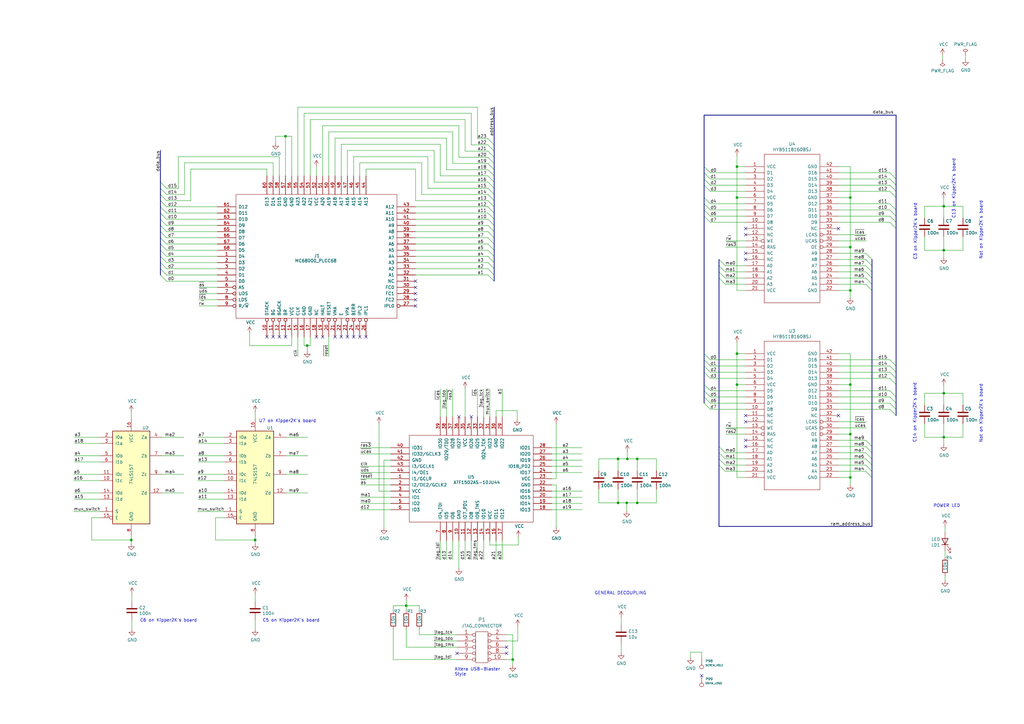
<source format=kicad_sch>
(kicad_sch (version 20231120) (generator "eeschema") (generator_version "8.0")
  (paper "A3")
  (title_block (title "A600FastRAM") (date "2024-02-23") (rev "1") (company "jimfrob") (comment 1 "Based on work by SukkoPera") (comment 2 "Based on work by Kipper2K") (comment 3 "Original design by lvd/NedoPC") (comment 4 "Licensed under CERN OHL v.1.2"))
  (lib_symbols
    (symbol "74xx:74LS157" (pin_names (offset 1.016))
      (property "Reference" "U" (at -7.62 19.05 0))
      (property "Value" "74LS157" (at -7.62 -21.59 0))
      (symbol "74LS157_1_0"
        (pin input line (at -12.7 -15.24 0) (length 5.08) (name "S") (number "1"))
        (pin input line (at -12.7 -2.54 0) (length 5.08) (name "I1c") (number "10"))
        (pin input line (at -12.7 0 0) (length 5.08) (name "I0c") (number "11"))
        (pin output line (at 12.7 -7.62 180) (length 5.08) (name "Zd") (number "12"))
        (pin input line (at -12.7 -10.16 0) (length 5.08) (name "I1d") (number "13"))
        (pin input line (at -12.7 -7.62 0) (length 5.08) (name "I0d") (number "14"))
        (pin input inverted (at -12.7 -17.78 0) (length 5.08) (name "E") (number "15"))
        (pin power_in line (at 0 22.86 270) (length 5.08) (name "VCC") (number "16"))
        (pin input line (at -12.7 15.24 0) (length 5.08) (name "I0a") (number "2"))
        (pin input line (at -12.7 12.7 0) (length 5.08) (name "I1a") (number "3"))
        (pin output line (at 12.7 15.24 180) (length 5.08) (name "Za") (number "4"))
        (pin input line (at -12.7 7.62 0) (length 5.08) (name "I0b") (number "5"))
        (pin input line (at -12.7 5.08 0) (length 5.08) (name "I1b") (number "6"))
        (pin output line (at 12.7 7.62 180) (length 5.08) (name "Zb") (number "7"))
        (pin power_in line (at 0 -25.4 90) (length 5.08) (name "GND") (number "8"))
        (pin output line (at 12.7 0 180) (length 5.08) (name "Zc") (number "9"))
      )
    )
    (symbol "ATF1502AS-10JU44:ATF1502AS-10JU44" (pin_names (offset 1.016))
      (property "Reference" "U" (at 0 -2.54 0))
      (property "Value" "ATF1502AS-10JU44" (at 0 2.54 0))
      (symbol "ATF1502AS-10JU44_1_1"
        (pin input line (at -33.02 0 0) (length 7.62) (name "I1/GCLR") (number "1"))
        (pin power_in line (at -5.08 -25.4 90) (length 7.62) (name "GND") (number "10"))
        (pin bidirectional line (at -2.54 -25.4 90) (length 7.62) (name "IO7_PD1") (number "11"))
        (pin bidirectional line (at 0 -25.4 90) (length 7.62) (name "IO8") (number "12"))
        (pin bidirectional line (at 2.54 -25.4 90) (length 7.62) (name "IO9_TMS") (number "13"))
        (pin bidirectional line (at 5.08 -25.4 90) (length 7.62) (name "IO10") (number "14"))
        (pin power_in line (at 7.62 -25.4 90) (length 7.62) (name "VCC") (number "15"))
        (pin bidirectional line (at 10.16 -25.4 90) (length 7.62) (name "IO11") (number "16"))
        (pin bidirectional line (at 12.7 -25.4 90) (length 7.62) (name "IO12") (number "17"))
        (pin bidirectional line (at 33.02 -12.7 180) (length 7.62) (name "IO13") (number "18"))
        (pin bidirectional line (at 33.02 -10.16 180) (length 7.62) (name "IO14") (number "19"))
        (pin input line (at -33.02 -2.54 0) (length 7.62) (name "I2/OE2/GCLK2") (number "2"))
        (pin bidirectional line (at 33.02 -7.62 180) (length 7.62) (name "IO15") (number "20"))
        (pin bidirectional line (at 33.02 -5.08 180) (length 7.62) (name "IO16") (number "21"))
        (pin power_in line (at 33.02 -2.54 180) (length 7.62) (name "GND") (number "22"))
        (pin power_in line (at 33.02 0 180) (length 7.62) (name "VCC") (number "23"))
        (pin bidirectional line (at 33.02 2.54 180) (length 7.62) (name "IO17") (number "24"))
        (pin bidirectional line (at 33.02 5.08 180) (length 7.62) (name "IO18_PD2") (number "25"))
        (pin bidirectional line (at 33.02 7.62 180) (length 7.62) (name "IO19") (number "26"))
        (pin bidirectional line (at 33.02 10.16 180) (length 7.62) (name "IO20") (number "27"))
        (pin bidirectional line (at 33.02 12.7 180) (length 7.62) (name "IO21") (number "28"))
        (pin input line (at 12.7 25.4 270) (length 7.62) (name "IO22") (number "29"))
        (pin power_in line (at -33.02 -5.08 0) (length 7.62) (name "VCC") (number "3"))
        (pin power_in line (at 10.16 25.4 270) (length 7.62) (name "GND") (number "30"))
        (pin bidirectional line (at 7.62 25.4 270) (length 7.62) (name "IO23") (number "31"))
        (pin bidirectional line (at 5.08 25.4 270) (length 7.62) (name "IO24_TCK") (number "32"))
        (pin bidirectional line (at 2.54 25.4 270) (length 7.62) (name "IO25") (number "33"))
        (pin bidirectional line (at 0 25.4 270) (length 7.62) (name "IO26") (number "34"))
        (pin power_in line (at -2.54 25.4 270) (length 7.62) (name "VCC") (number "35"))
        (pin bidirectional line (at -5.08 25.4 270) (length 7.62) (name "IO27") (number "36"))
        (pin bidirectional line (at -7.62 25.4 270) (length 7.62) (name "IO28") (number "37"))
        (pin bidirectional line (at -10.16 25.4 270) (length 7.62) (name "IO29/TDO") (number "38"))
        (pin bidirectional line (at -12.7 25.4 270) (length 7.62) (name "IO30") (number "39"))
        (pin bidirectional line (at -33.02 -7.62 0) (length 7.62) (name "IO1") (number "4"))
        (pin bidirectional line (at -33.02 12.7 0) (length 7.62) (name "IO31") (number "40"))
        (pin bidirectional line (at -33.02 10.16 0) (length 7.62) (name "IO32/GCLK3") (number "41"))
        (pin power_in line (at -33.02 7.62 0) (length 7.62) (name "GND") (number "42"))
        (pin input line (at -33.02 5.08 0) (length 7.62) (name "I3/GCLK1") (number "43"))
        (pin input line (at -33.02 2.54 0) (length 7.62) (name "I4/OE1") (number "44"))
        (pin bidirectional line (at -33.02 -10.16 0) (length 7.62) (name "IO2") (number "5"))
        (pin bidirectional line (at -33.02 -12.7 0) (length 7.62) (name "IO3") (number "6"))
        (pin bidirectional line (at -12.7 -25.4 90) (length 7.62) (name "IO4_TDI") (number "7"))
        (pin bidirectional line (at -10.16 -25.4 90) (length 7.62) (name "IO5") (number "8"))
        (pin bidirectional line (at -7.62 -25.4 90) (length 7.62) (name "IO6") (number "9"))
      )
    )
    (symbol "Device:C" (pin_numbers hide) (pin_names (offset 0.254))
      (property "Reference" "C" (at 0.635 2.54 0))
      (property "Value" "C" (at 0.635 -2.54 0))
      (symbol "C_1_1"
        (pin passive line (at 0 3.81 270) (length 2.794) (name "~") (number "1"))
        (pin passive line (at 0 -3.81 90) (length 2.794) (name "~") (number "2"))
      )
    )
    (symbol "Device:LED" (pin_numbers hide) (pin_names (offset 1.016) hide)
      (property "Reference" "D" (at 0 2.54 0))
      (property "Value" "LED" (at 0 -2.54 0))
      (symbol "LED_1_1"
        (pin passive line (at -3.81 0 0) (length 2.54) (name "K") (number "1"))
        (pin passive line (at 3.81 0 180) (length 2.54) (name "A") (number "2"))
      )
    )
    (symbol "Device:R" (pin_numbers hide) (pin_names (offset 0))
      (property "Reference" "R" (at 2.032 0 90))
      (property "Value" "R" (at 0 0 90))
      (symbol "R_1_1"
        (pin passive line (at 0 3.81 270) (length 1.27) (name "~") (number "1"))
        (pin passive line (at 0 -3.81 90) (length 1.27) (name "~") (number "2"))
      )
    )
    (symbol "HYB5118160BSJ:HYB5118160BSJ" (pin_names (offset 1.016))
      (property "Reference" "U" (at 0 -2.54 0))
      (property "Value" "HYB5118160BSJ" (at 0 2.54 0))
      (symbol "HYB5118160BSJ_1_1"
        (pin power_in line (at -19.05 25.4 0) (length 7.62) (name "VCC") (number "1"))
        (pin bidirectional line (at -19.05 2.54 0) (length 7.62) (name "D8") (number "10"))
        (pin unspecified line (at -19.05 0 0) (length 7.62) (name "NC") (number "11"))
        (pin unspecified line (at -19.05 -2.54 0) (length 7.62) (name "NC") (number "12"))
        (pin input inverted (at -19.05 -5.08 0) (length 7.62) (name "WE") (number "13"))
        (pin input inverted (at -19.05 -7.62 0) (length 7.62) (name "RAS") (number "14"))
        (pin unspecified line (at -19.05 -10.16 0) (length 7.62) (name "NC") (number "15"))
        (pin unspecified line (at -19.05 -12.7 0) (length 7.62) (name "NC") (number "16"))
        (pin input line (at -19.05 -15.24 0) (length 7.62) (name "A0") (number "17"))
        (pin input line (at -19.05 -17.78 0) (length 7.62) (name "A1") (number "18"))
        (pin input line (at -19.05 -20.32 0) (length 7.62) (name "A2") (number "19"))
        (pin bidirectional line (at -19.05 22.86 0) (length 7.62) (name "D1") (number "2"))
        (pin input line (at -19.05 -22.86 0) (length 7.62) (name "A3") (number "20"))
        (pin power_in line (at -19.05 -25.4 0) (length 7.62) (name "VCC") (number "21"))
        (pin power_in line (at 19.05 -25.4 180) (length 7.62) (name "GND") (number "22"))
        (pin input line (at 19.05 -22.86 180) (length 7.62) (name "A4") (number "23"))
        (pin input line (at 19.05 -20.32 180) (length 7.62) (name "A5") (number "24"))
        (pin input line (at 19.05 -17.78 180) (length 7.62) (name "A6") (number "25"))
        (pin input line (at 19.05 -15.24 180) (length 7.62) (name "A7") (number "26"))
        (pin input line (at 19.05 -12.7 180) (length 7.62) (name "A8") (number "27"))
        (pin input line (at 19.05 -10.16 180) (length 7.62) (name "A9") (number "28"))
        (pin input inverted (at 19.05 -7.62 180) (length 7.62) (name "OE") (number "29"))
        (pin bidirectional line (at -19.05 20.32 0) (length 7.62) (name "D2") (number "3"))
        (pin input inverted (at 19.05 -5.08 180) (length 7.62) (name "UCAS") (number "30"))
        (pin input inverted (at 19.05 -2.54 180) (length 7.62) (name "LCAS") (number "31"))
        (pin unspecified line (at 19.05 0 180) (length 7.62) (name "NC") (number "32"))
        (pin bidirectional line (at 19.05 2.54 180) (length 7.62) (name "D9") (number "33"))
        (pin bidirectional line (at 19.05 5.08 180) (length 7.62) (name "D10") (number "34"))
        (pin bidirectional line (at 19.05 7.62 180) (length 7.62) (name "D11") (number "35"))
        (pin bidirectional line (at 19.05 10.16 180) (length 7.62) (name "D12") (number "36"))
        (pin power_in line (at 19.05 12.7 180) (length 7.62) (name "GND") (number "37"))
        (pin bidirectional line (at 19.05 15.24 180) (length 7.62) (name "D13") (number "38"))
        (pin bidirectional line (at 19.05 17.78 180) (length 7.62) (name "D14") (number "39"))
        (pin bidirectional line (at -19.05 17.78 0) (length 7.62) (name "D3") (number "4"))
        (pin bidirectional line (at 19.05 20.32 180) (length 7.62) (name "D15") (number "40"))
        (pin bidirectional line (at 19.05 22.86 180) (length 7.62) (name "D16") (number "41"))
        (pin power_in line (at 19.05 25.4 180) (length 7.62) (name "GND") (number "42"))
        (pin bidirectional line (at -19.05 15.24 0) (length 7.62) (name "D4") (number "5"))
        (pin power_in line (at -19.05 12.7 0) (length 7.62) (name "VCC") (number "6"))
        (pin bidirectional line (at -19.05 10.16 0) (length 7.62) (name "D5") (number "7"))
        (pin bidirectional line (at -19.05 7.62 0) (length 7.62) (name "D6") (number "8"))
        (pin bidirectional line (at -19.05 5.08 0) (length 7.62) (name "D7") (number "9"))
      )
    )
    (symbol "MC68000_PLCC68:MC68000_PLCC68" (pin_names (offset 1.016))
      (property "Reference" "U" (at 0 -2.54 0))
      (property "Value" "MC68000_PLCC68" (at 0 2.54 0))
      (symbol "MC68000_PLCC68_1_1"
        (pin bidirectional line (at -40.64 0 0) (length 7.62) (name "D4") (number "1"))
        (pin output inverted (at -20.32 -33.02 90) (length 7.62) (name "DTACK") (number "10"))
        (pin output inverted (at -17.78 -33.02 90) (length 7.62) (name "BG") (number "11"))
        (pin input inverted (at -15.24 -33.02 90) (length 7.62) (name "BGACK") (number "12"))
        (pin input inverted (at -12.7 -33.02 90) (length 7.62) (name "BR") (number "13"))
        (pin power_in line (at -10.16 -33.02 90) (length 7.62) (name "VCC") (number "14"))
        (pin output line (at -7.62 -33.02 90) (length 7.62) (name "CLK") (number "15"))
        (pin power_in line (at -5.08 -33.02 90) (length 7.62) (name "GND") (number "16"))
        (pin power_in line (at -2.54 -33.02 90) (length 7.62) (name "GND") (number "17"))
        (pin unspecified line (at 0 -33.02 90) (length 7.62) (name "NC") (number "18"))
        (pin input inverted (at 2.54 -33.02 90) (length 7.62) (name "HALT") (number "19"))
        (pin bidirectional line (at -40.64 -2.54 0) (length 7.62) (name "D3") (number "2"))
        (pin output inverted (at 5.08 -33.02 90) (length 7.62) (name "RESET") (number "20"))
        (pin input inverted (at 7.62 -33.02 90) (length 7.62) (name "VMA") (number "21"))
        (pin input line (at 10.16 -33.02 90) (length 7.62) (name "E") (number "22"))
        (pin input inverted (at 12.7 -33.02 90) (length 7.62) (name "VPA") (number "23"))
        (pin output inverted (at 15.24 -33.02 90) (length 7.62) (name "BERR") (number "24"))
        (pin output inverted (at 17.78 -33.02 90) (length 7.62) (name "IPL2") (number "25"))
        (pin output inverted (at 20.32 -33.02 90) (length 7.62) (name "IPL1") (number "26"))
        (pin output inverted (at 40.64 -20.32 180) (length 7.62) (name "IPL0") (number "27"))
        (pin output line (at 40.64 -17.78 180) (length 7.62) (name "FC2") (number "28"))
        (pin output line (at 40.64 -15.24 180) (length 7.62) (name "FC1") (number "29"))
        (pin bidirectional line (at -40.64 -5.08 0) (length 7.62) (name "D2") (number "3"))
        (pin output line (at 40.64 -12.7 180) (length 7.62) (name "FC0") (number "30"))
        (pin unspecified line (at 40.64 -10.16 180) (length 7.62) (name "NC") (number "31"))
        (pin output line (at 40.64 -7.62 180) (length 7.62) (name "A1") (number "32"))
        (pin output line (at 40.64 -5.08 180) (length 7.62) (name "A2") (number "33"))
        (pin output line (at 40.64 -2.54 180) (length 7.62) (name "A3") (number "34"))
        (pin output line (at 40.64 0 180) (length 7.62) (name "A4") (number "35"))
        (pin output line (at 40.64 2.54 180) (length 7.62) (name "A5") (number "36"))
        (pin output line (at 40.64 5.08 180) (length 7.62) (name "A6") (number "37"))
        (pin output line (at 40.64 7.62 180) (length 7.62) (name "A7") (number "38"))
        (pin output line (at 40.64 10.16 180) (length 7.62) (name "A8") (number "39"))
        (pin bidirectional line (at -40.64 -7.62 0) (length 7.62) (name "D1") (number "4"))
        (pin output line (at 40.64 12.7 180) (length 7.62) (name "A9") (number "40"))
        (pin output line (at 40.64 15.24 180) (length 7.62) (name "A10") (number "41"))
        (pin output line (at 40.64 17.78 180) (length 7.62) (name "A11") (number "42"))
        (pin output line (at 40.64 20.32 180) (length 7.62) (name "A12") (number "43"))
        (pin output line (at 20.32 33.02 270) (length 7.62) (name "A13") (number "44"))
        (pin output line (at 17.78 33.02 270) (length 7.62) (name "A14") (number "45"))
        (pin output line (at 15.24 33.02 270) (length 7.62) (name "A15") (number "46"))
        (pin output line (at 12.7 33.02 270) (length 7.62) (name "A16") (number "47"))
        (pin output line (at 10.16 33.02 270) (length 7.62) (name "A17") (number "48"))
        (pin output line (at 7.62 33.02 270) (length 7.62) (name "A18") (number "49"))
        (pin bidirectional line (at -40.64 -10.16 0) (length 7.62) (name "D0") (number "5"))
        (pin output line (at 5.08 33.02 270) (length 7.62) (name "A19") (number "50"))
        (pin output line (at 2.54 33.02 270) (length 7.62) (name "A20") (number "51"))
        (pin power_in line (at 0 33.02 270) (length 7.62) (name "VCC") (number "52"))
        (pin output line (at -2.54 33.02 270) (length 7.62) (name "A21") (number "53"))
        (pin output line (at -5.08 33.02 270) (length 7.62) (name "A22") (number "54"))
        (pin output line (at -7.62 33.02 270) (length 7.62) (name "A23") (number "55"))
        (pin power_in line (at -10.16 33.02 270) (length 7.62) (name "GND") (number "56"))
        (pin power_in line (at -12.7 33.02 270) (length 7.62) (name "GND") (number "57"))
        (pin bidirectional line (at -15.24 33.02 270) (length 7.62) (name "D15") (number "58"))
        (pin bidirectional line (at -17.78 33.02 270) (length 7.62) (name "D14") (number "59"))
        (pin output inverted (at -40.64 -12.7 0) (length 7.62) (name "AS") (number "6"))
        (pin bidirectional line (at -20.32 33.02 270) (length 7.62) (name "D13") (number "60"))
        (pin bidirectional line (at -40.64 20.32 0) (length 7.62) (name "D12") (number "61"))
        (pin bidirectional line (at -40.64 17.78 0) (length 7.62) (name "D11") (number "62"))
        (pin bidirectional line (at -40.64 15.24 0) (length 7.62) (name "D10") (number "63"))
        (pin bidirectional line (at -40.64 12.7 0) (length 7.62) (name "D9") (number "64"))
        (pin bidirectional line (at -40.64 10.16 0) (length 7.62) (name "D8") (number "65"))
        (pin bidirectional line (at -40.64 7.62 0) (length 7.62) (name "D7") (number "66"))
        (pin bidirectional line (at -40.64 5.08 0) (length 7.62) (name "D6") (number "67"))
        (pin bidirectional line (at -40.64 2.54 0) (length 7.62) (name "D5") (number "68"))
        (pin output inverted (at -40.64 -15.24 0) (length 7.62) (name "UDS") (number "7"))
        (pin output inverted (at -40.64 -17.78 0) (length 7.62) (name "LDS") (number "8"))
        (pin output inverted (at -40.64 -20.32 0) (length 7.62) (name "R/~{W}") (number "9"))
      )
    )
    (symbol "OpenAmiga600FastRamExpansion-rescue:CONN_1-conn" (pin_numbers hide) (pin_names (offset 0.762) hide)
      (property "Reference" "P" (at 2.032 0 0))
      (symbol "CONN_1-conn_1_1"
        (pin passive line (at -3.81 0 0) (length 2.54) (name "1") (number "1"))
      )
    )
    (symbol "OpenAmiga600FastRamExpansion-rescue:CONN_5X2-conn" (pin_names (offset 1.016))
      (property "Reference" "P" (at 0 7.62 0))
      (property "Value" "conn_CONN_5X2" (at 0 0 90))
      (symbol "CONN_5X2-conn_1_1"
        (pin passive inverted (at -10.16 5.08 0) (length 7.62) (name "~") (number "1"))
        (pin passive inverted (at 10.16 -5.08 180) (length 7.62) (name "~") (number "10"))
        (pin passive inverted (at 10.16 5.08 180) (length 7.62) (name "~") (number "2"))
        (pin passive inverted (at -10.16 2.54 0) (length 7.62) (name "~") (number "3"))
        (pin passive inverted (at 10.16 2.54 180) (length 7.62) (name "~") (number "4"))
        (pin passive inverted (at -10.16 0 0) (length 7.62) (name "~") (number "5"))
        (pin passive inverted (at 10.16 0 180) (length 7.62) (name "~") (number "6"))
        (pin passive inverted (at -10.16 -2.54 0) (length 7.62) (name "~") (number "7"))
        (pin passive inverted (at 10.16 -2.54 180) (length 7.62) (name "~") (number "8"))
        (pin passive inverted (at -10.16 -5.08 0) (length 7.62) (name "~") (number "9"))
      )
    )
    (symbol "power:GND" (power) (pin_names (offset 0))
      (property "Value" "GND" (at 0 -3.81 0))
      (symbol "GND_1_1"
        (pin power_in line (at 0 0 270) (length 0) hide (name "GND") (number "1"))
      )
    )
    (symbol "power:PWR_FLAG" (power) (pin_numbers hide) (pin_names (offset 0) hide)
      (property "Value" "PWR_FLAG" (at 0 3.81 0))
      (symbol "PWR_FLAG_0_0"
        (pin power_out line (at 0 0 90) (length 0) (name "pwr") (number "1"))
      )
    )
    (symbol "power:VCC" (power) (pin_names (offset 0))
      (property "Value" "VCC" (at 0 3.81 0))
      (symbol "VCC_1_1"
        (pin power_in line (at 0 0 90) (length 0) hide (name "VCC") (number "1"))
      )
    )
  )
  (junction (at 302.26 145.034))
  (junction (at 387.096 84.582))
  (junction (at 302.26 68.326))
  (junction (at 261.366 188.214))
  (junction (at 348.742 178.054))
  (junction (at 253.492 188.214))
  (junction (at 348.742 101.346))
  (junction (at 257.048 206.248))
  (junction (at 125.984 141.732))
  (junction (at 387.096 179.324))
  (junction (at 348.742 157.734))
  (junction (at 348.742 119.126))
  (junction (at 302.26 157.734))
  (junction (at 166.624 248.412))
  (junction (at 53.848 221.488))
  (junction (at 261.366 206.248))
  (junction (at 253.492 206.248))
  (junction (at 117.094 55.88))
  (junction (at 257.302 188.214))
  (junction (at 302.26 81.026))
  (junction (at 387.096 161.29))
  (junction (at 210.312 270.51))
  (junction (at 348.742 81.026))
  (junction (at 387.096 102.616))
  (junction (at 104.648 221.488))
  (junction (at 348.742 195.834))
  (no_connect (at 343.916 170.434))
  (no_connect (at 287.782 277.114))
  (no_connect (at 170.434 120.396))
  (no_connect (at 305.816 180.594))
  (no_connect (at 207.772 267.97))
  (no_connect (at 150.114 138.176))
  (no_connect (at 187.452 267.97))
  (no_connect (at 137.414 138.176))
  (no_connect (at 147.574 138.176))
  (no_connect (at 112.014 138.176))
  (no_connect (at 139.954 138.176))
  (no_connect (at 305.816 172.974))
  (no_connect (at 145.034 138.176))
  (no_connect (at 170.434 125.476))
  (no_connect (at 343.916 93.726))
  (no_connect (at 129.794 138.176))
  (no_connect (at 170.434 122.936))
  (no_connect (at 305.816 183.134))
  (no_connect (at 109.474 138.176))
  (no_connect (at 305.816 106.426))
  (no_connect (at 305.816 170.434))
  (no_connect (at 117.094 138.176))
  (no_connect (at 132.334 138.176))
  (no_connect (at 305.816 103.886))
  (no_connect (at 170.434 115.316))
  (no_connect (at 188.214 170.942))
  (no_connect (at 193.294 170.942))
  (no_connect (at 142.494 138.176))
  (no_connect (at 305.816 96.266))
  (no_connect (at 305.816 93.726))
  (no_connect (at 207.772 265.43))
  (no_connect (at 170.434 117.856))
  (no_connect (at 114.554 138.176))
  (bus_entry (at 364.998 167.894) (size 2.54 2.54))
  (bus_entry (at 288.798 160.274) (size 2.54 2.54))
  (bus_entry (at 65.786 79.756) (size 2.54 2.54))
  (bus_entry (at 65.786 100.076) (size 2.54 2.54))
  (bus_entry (at 200.152 56.896) (size 2.54 2.54))
  (bus_entry (at 294.894 106.426) (size 2.54 2.54))
  (bus_entry (at 65.786 84.836) (size 2.54 2.54))
  (bus_entry (at 200.152 110.236) (size 2.54 2.54))
  (bus_entry (at 355.092 193.294) (size 2.54 2.54))
  (bus_entry (at 200.152 100.076) (size 2.54 2.54))
  (bus_entry (at 288.798 83.566) (size 2.54 2.54))
  (bus_entry (at 288.798 162.814) (size 2.54 2.54))
  (bus_entry (at 355.092 188.214) (size 2.54 2.54))
  (bus_entry (at 288.798 145.034) (size 2.54 2.54))
  (bus_entry (at 200.152 92.456) (size 2.54 2.54))
  (bus_entry (at 65.786 74.676) (size 2.54 2.54))
  (bus_entry (at 288.798 68.326) (size 2.54 2.54))
  (bus_entry (at 364.998 83.566) (size 2.54 2.54))
  (bus_entry (at 355.092 116.586) (size 2.54 2.54))
  (bus_entry (at 364.998 91.186) (size 2.54 2.54))
  (bus_entry (at 65.786 102.616) (size 2.54 2.54))
  (bus_entry (at 355.092 185.674) (size 2.54 2.54))
  (bus_entry (at 364.998 147.574) (size 2.54 2.54))
  (bus_entry (at 288.798 147.574) (size 2.54 2.54))
  (bus_entry (at 65.786 92.456) (size 2.54 2.54))
  (bus_entry (at 288.798 70.866) (size 2.54 2.54))
  (bus_entry (at 200.152 82.296) (size 2.54 2.54))
  (bus_entry (at 294.894 190.754) (size 2.54 2.54))
  (bus_entry (at 200.152 105.156) (size 2.54 2.54))
  (bus_entry (at 200.152 79.756) (size 2.54 2.54))
  (bus_entry (at 364.998 152.654) (size 2.54 2.54))
  (bus_entry (at 355.092 111.506) (size 2.54 2.54))
  (bus_entry (at 355.092 183.134) (size 2.54 2.54))
  (bus_entry (at 200.152 94.996) (size 2.54 2.54))
  (bus_entry (at 288.798 88.646) (size 2.54 2.54))
  (bus_entry (at 364.998 160.274) (size 2.54 2.54))
  (bus_entry (at 364.998 150.114) (size 2.54 2.54))
  (bus_entry (at 355.092 114.046) (size 2.54 2.54))
  (bus_entry (at 294.894 188.214) (size 2.54 2.54))
  (bus_entry (at 65.786 94.996) (size 2.54 2.54))
  (bus_entry (at 200.152 112.776) (size 2.54 2.54))
  (bus_entry (at 364.998 75.946) (size 2.54 2.54))
  (bus_entry (at 200.152 59.436) (size 2.54 2.54))
  (bus_entry (at 355.092 180.594) (size 2.54 2.54))
  (bus_entry (at 288.798 157.734) (size 2.54 2.54))
  (bus_entry (at 355.092 103.886) (size 2.54 2.54))
  (bus_entry (at 288.798 152.654) (size 2.54 2.54))
  (bus_entry (at 200.152 107.696) (size 2.54 2.54))
  (bus_entry (at 294.894 114.046) (size 2.54 2.54))
  (bus_entry (at 364.998 86.106) (size 2.54 2.54))
  (bus_entry (at 364.998 88.646) (size 2.54 2.54))
  (bus_entry (at 364.998 70.866) (size 2.54 2.54))
  (bus_entry (at 200.152 84.836) (size 2.54 2.54))
  (bus_entry (at 364.998 162.814) (size 2.54 2.54))
  (bus_entry (at 288.798 73.406) (size 2.54 2.54))
  (bus_entry (at 65.786 105.156) (size 2.54 2.54))
  (bus_entry (at 65.786 107.696) (size 2.54 2.54))
  (bus_entry (at 355.092 108.966) (size 2.54 2.54))
  (bus_entry (at 200.152 67.056) (size 2.54 2.54))
  (bus_entry (at 200.152 64.516) (size 2.54 2.54))
  (bus_entry (at 355.092 190.754) (size 2.54 2.54))
  (bus_entry (at 294.894 108.966) (size 2.54 2.54))
  (bus_entry (at 294.894 185.674) (size 2.54 2.54))
  (bus_entry (at 65.786 87.376) (size 2.54 2.54))
  (bus_entry (at 364.998 155.194) (size 2.54 2.54))
  (bus_entry (at 65.786 97.536) (size 2.54 2.54))
  (bus_entry (at 288.798 75.946) (size 2.54 2.54))
  (bus_entry (at 200.152 97.536) (size 2.54 2.54))
  (bus_entry (at 200.152 87.376) (size 2.54 2.54))
  (bus_entry (at 288.798 81.026) (size 2.54 2.54))
  (bus_entry (at 288.798 165.354) (size 2.54 2.54))
  (bus_entry (at 200.152 74.676) (size 2.54 2.54))
  (bus_entry (at 364.998 73.406) (size 2.54 2.54))
  (bus_entry (at 200.152 77.216) (size 2.54 2.54))
  (bus_entry (at 65.786 89.916) (size 2.54 2.54))
  (bus_entry (at 65.786 110.236) (size 2.54 2.54))
  (bus_entry (at 355.092 106.426) (size 2.54 2.54))
  (bus_entry (at 200.152 102.616) (size 2.54 2.54))
  (bus_entry (at 364.998 78.486) (size 2.54 2.54))
  (bus_entry (at 200.152 89.916) (size 2.54 2.54))
  (bus_entry (at 200.152 72.136) (size 2.54 2.54))
  (bus_entry (at 288.798 86.106) (size 2.54 2.54))
  (bus_entry (at 288.798 150.114) (size 2.54 2.54))
  (bus_entry (at 364.998 165.354) (size 2.54 2.54))
  (bus_entry (at 65.786 82.296) (size 2.54 2.54))
  (bus_entry (at 294.894 111.506) (size 2.54 2.54))
  (bus_entry (at 200.152 69.596) (size 2.54 2.54))
  (bus_entry (at 200.152 61.976) (size 2.54 2.54))
  (bus_entry (at 65.786 77.216) (size 2.54 2.54))
  (bus_entry (at 294.894 183.134) (size 2.54 2.54))
  (bus_entry (at 65.786 112.776) (size 2.54 2.54))
  (wire (pts (xy 178.054 61.722) (xy 178.054 74.676)))
  (wire (pts (xy 343.916 175.514) (xy 355.346 175.514)))
  (bus (pts (xy 367.538 162.814) (xy 367.538 165.354)))
  (bus (pts (xy 367.538 152.654) (xy 367.538 155.194)))
  (wire (pts (xy 379.222 166.116) (xy 379.222 161.29)))
  (wire (pts (xy 257.048 209.55) (xy 257.048 206.248)))
  (wire (pts (xy 343.916 180.594) (xy 355.092 180.594)))
  (wire (pts (xy 104.648 243.586) (xy 104.648 246.634)))
  (bus (pts (xy 202.692 82.296) (xy 202.692 84.836)))
  (wire (pts (xy 147.574 72.136) (xy 147.574 66.802)))
  (wire (pts (xy 166.624 250.444) (xy 166.624 248.412)))
  (wire (pts (xy 170.434 87.376) (xy 200.152 87.376)))
  (wire (pts (xy 343.916 147.574) (xy 364.998 147.574)))
  (wire (pts (xy 91.948 204.724) (xy 81.28 204.724)))
  (wire (pts (xy 172.974 66.802) (xy 172.974 79.756)))
  (wire (pts (xy 170.434 110.236) (xy 200.152 110.236)))
  (wire (pts (xy 88.392 221.488) (xy 104.648 221.488)))
  (wire (pts (xy 41.148 186.944) (xy 30.48 186.944)))
  (wire (pts (xy 305.816 190.754) (xy 297.434 190.754)))
  (wire (pts (xy 89.154 87.376) (xy 68.326 87.376)))
  (wire (pts (xy 119.634 55.88) (xy 117.094 55.88)))
  (wire (pts (xy 305.816 157.734) (xy 302.26 157.734)))
  (bus (pts (xy 288.798 160.274) (xy 288.798 162.814)))
  (bus (pts (xy 357.632 106.426) (xy 357.632 108.966)))
  (bus (pts (xy 294.894 188.214) (xy 294.894 190.754)))
  (wire (pts (xy 129.794 68.326) (xy 129.794 72.136)))
  (bus (pts (xy 294.894 190.754) (xy 294.894 215.9)))
  (wire (pts (xy 122.174 43.942) (xy 195.834 43.942)))
  (wire (pts (xy 203.454 168.402) (xy 212.09 168.402)))
  (bus (pts (xy 357.632 188.214) (xy 357.632 190.754)))
  (wire (pts (xy 200.914 159.512) (xy 200.914 170.942)))
  (bus (pts (xy 288.798 73.406) (xy 288.798 75.946)))
  (wire (pts (xy 253.492 188.214) (xy 257.302 188.214)))
  (wire (pts (xy 302.26 119.126) (xy 302.26 81.026)))
  (wire (pts (xy 302.26 195.834) (xy 302.26 157.734)))
  (bus (pts (xy 65.786 82.296) (xy 65.786 84.836)))
  (wire (pts (xy 112.014 66.802) (xy 75.692 66.802)))
  (bus (pts (xy 294.894 108.966) (xy 294.894 111.506)))
  (wire (pts (xy 180.594 159.512) (xy 180.594 170.942)))
  (bus (pts (xy 202.692 77.216) (xy 202.692 79.756)))
  (wire (pts (xy 193.294 46.482) (xy 193.294 59.436)))
  (wire (pts (xy 343.916 193.294) (xy 355.092 193.294)))
  (wire (pts (xy 207.772 262.89) (xy 212.344 262.89)))
  (wire (pts (xy 343.916 98.806) (xy 355.346 98.806)))
  (wire (pts (xy 66.548 179.324) (xy 75.438 179.324)))
  (wire (pts (xy 150.114 72.136) (xy 150.114 69.342)))
  (wire (pts (xy 200.914 221.742) (xy 200.914 223.52)))
  (bus (pts (xy 65.786 74.676) (xy 65.786 77.216)))
  (bus (pts (xy 202.692 112.776) (xy 202.692 115.316)))
  (wire (pts (xy 387.096 157.988) (xy 387.096 161.29)))
  (wire (pts (xy 343.916 185.674) (xy 355.092 185.674)))
  (wire (pts (xy 78.232 82.296) (xy 68.326 82.296)))
  (wire (pts (xy 379.222 161.29) (xy 387.096 161.29)))
  (wire (pts (xy 387.096 84.582) (xy 394.97 84.582)))
  (wire (pts (xy 91.948 209.804) (xy 81.026 209.804)))
  (bus (pts (xy 65.786 89.916) (xy 65.786 92.456)))
  (wire (pts (xy 89.154 110.236) (xy 68.326 110.236)))
  (wire (pts (xy 170.434 94.996) (xy 200.152 94.996)))
  (wire (pts (xy 283.21 267.462) (xy 287.782 267.462)))
  (wire (pts (xy 343.916 83.566) (xy 364.998 83.566)))
  (wire (pts (xy 185.674 159.512) (xy 185.674 170.942)))
  (wire (pts (xy 193.294 59.436) (xy 200.152 59.436)))
  (bus (pts (xy 294.894 106.426) (xy 294.894 108.966)))
  (wire (pts (xy 160.274 191.262) (xy 147.828 191.262)))
  (wire (pts (xy 269.24 206.248) (xy 269.24 200.66)))
  (wire (pts (xy 41.148 197.104) (xy 30.226 197.104)))
  (wire (pts (xy 134.874 54.102) (xy 185.674 54.102)))
  (wire (pts (xy 305.816 162.814) (xy 291.338 162.814)))
  (wire (pts (xy 210.312 260.35) (xy 210.312 270.51)))
  (wire (pts (xy 170.434 92.456) (xy 200.152 92.456)))
  (wire (pts (xy 142.494 72.136) (xy 142.494 61.722)))
  (wire (pts (xy 348.742 145.034) (xy 348.742 157.734)))
  (bus (pts (xy 288.798 75.946) (xy 288.798 81.026)))
  (wire (pts (xy 142.494 61.722) (xy 178.054 61.722)))
  (bus (pts (xy 288.798 47.244) (xy 367.538 47.244)))
  (wire (pts (xy 102.362 136.652) (xy 102.362 141.732)))
  (wire (pts (xy 91.948 179.324) (xy 81.28 179.324)))
  (wire (pts (xy 170.434 97.536) (xy 200.152 97.536)))
  (wire (pts (xy 387.096 161.29) (xy 394.97 161.29)))
  (bus (pts (xy 367.538 91.186) (xy 367.538 93.726)))
  (bus (pts (xy 367.538 73.406) (xy 367.538 75.946)))
  (wire (pts (xy 387.096 102.616) (xy 394.97 102.616)))
  (wire (pts (xy 343.916 75.946) (xy 364.998 75.946)))
  (bus (pts (xy 367.538 81.026) (xy 367.538 86.106)))
  (wire (pts (xy 343.916 106.426) (xy 355.092 106.426)))
  (wire (pts (xy 343.916 157.734) (xy 348.742 157.734)))
  (wire (pts (xy 305.816 68.326) (xy 302.26 68.326)))
  (wire (pts (xy 261.366 188.214) (xy 261.366 193.04)))
  (wire (pts (xy 343.916 101.346) (xy 348.742 101.346)))
  (wire (pts (xy 343.916 70.866) (xy 364.998 70.866)))
  (wire (pts (xy 305.816 193.294) (xy 297.434 193.294)))
  (wire (pts (xy 343.916 86.106) (xy 364.998 86.106)))
  (wire (pts (xy 207.772 270.51) (xy 210.312 270.51)))
  (wire (pts (xy 261.366 206.248) (xy 269.24 206.248)))
  (wire (pts (xy 302.26 145.034) (xy 302.26 140.462)))
  (wire (pts (xy 78.232 69.342) (xy 78.232 82.296)))
  (wire (pts (xy 207.772 260.35) (xy 210.312 260.35)))
  (wire (pts (xy 305.816 91.186) (xy 291.338 91.186)))
  (wire (pts (xy 89.154 117.856) (xy 81.534 117.856)))
  (wire (pts (xy 190.754 170.942) (xy 190.754 159.258)))
  (wire (pts (xy 89.154 100.076) (xy 68.326 100.076)))
  (wire (pts (xy 287.782 267.462) (xy 287.782 269.748)))
  (wire (pts (xy 183.134 69.596) (xy 200.152 69.596)))
  (wire (pts (xy 245.618 188.214) (xy 253.492 188.214)))
  (wire (pts (xy 343.916 195.834) (xy 348.742 195.834)))
  (wire (pts (xy 387.604 225.933) (xy 387.604 228.473)))
  (wire (pts (xy 139.954 59.182) (xy 180.594 59.182)))
  (wire (pts (xy 305.816 167.894) (xy 291.338 167.894)))
  (wire (pts (xy 160.274 183.642) (xy 147.828 183.642)))
  (wire (pts (xy 119.634 72.136) (xy 119.634 55.88)))
  (wire (pts (xy 348.742 68.326) (xy 348.742 81.026)))
  (wire (pts (xy 343.916 190.754) (xy 355.092 190.754)))
  (wire (pts (xy 305.816 111.506) (xy 297.434 111.506)))
  (bus (pts (xy 202.692 94.996) (xy 202.692 97.536)))
  (wire (pts (xy 170.434 82.296) (xy 200.152 82.296)))
  (bus (pts (xy 294.894 114.046) (xy 294.894 183.134)))
  (bus (pts (xy 288.798 88.646) (xy 288.798 145.034)))
  (wire (pts (xy 117.348 194.564) (xy 126.238 194.564)))
  (wire (pts (xy 166.624 258.064) (xy 166.624 265.43)))
  (wire (pts (xy 89.154 102.616) (xy 68.326 102.616)))
  (wire (pts (xy 257.048 206.248) (xy 261.366 206.248)))
  (bus (pts (xy 288.798 145.034) (xy 288.798 147.574)))
  (wire (pts (xy 160.274 206.502) (xy 147.828 206.502)))
  (bus (pts (xy 367.538 75.946) (xy 367.538 78.486)))
  (wire (pts (xy 166.624 248.412) (xy 171.958 248.412)))
  (wire (pts (xy 305.816 152.654) (xy 291.338 152.654)))
  (wire (pts (xy 395.986 22.606) (xy 395.986 24.384)))
  (wire (pts (xy 305.816 150.114) (xy 291.338 150.114)))
  (bus (pts (xy 202.692 89.916) (xy 202.692 92.456)))
  (wire (pts (xy 379.222 89.408) (xy 379.222 84.582)))
  (wire (pts (xy 88.392 221.488) (xy 88.392 212.344)))
  (wire (pts (xy 113.03 55.88) (xy 113.03 58.674)))
  (bus (pts (xy 202.692 59.436) (xy 202.692 61.976)))
  (wire (pts (xy 160.274 196.342) (xy 147.828 196.342)))
  (bus (pts (xy 65.786 77.216) (xy 65.786 79.756)))
  (wire (pts (xy 305.816 178.054) (xy 297.688 178.054)))
  (bus (pts (xy 65.786 102.616) (xy 65.786 105.156)))
  (wire (pts (xy 253.492 206.248) (xy 257.048 206.248)))
  (wire (pts (xy 387.096 81.28) (xy 387.096 84.582)))
  (wire (pts (xy 73.152 64.262) (xy 73.152 77.216)))
  (wire (pts (xy 348.742 81.026) (xy 348.742 101.346)))
  (wire (pts (xy 305.816 147.574) (xy 291.338 147.574)))
  (wire (pts (xy 170.434 84.836) (xy 200.152 84.836)))
  (wire (pts (xy 228.092 196.342) (xy 228.092 173.736)))
  (wire (pts (xy 305.816 88.646) (xy 291.338 88.646)))
  (bus (pts (xy 288.798 70.866) (xy 288.798 73.406)))
  (wire (pts (xy 66.548 202.184) (xy 75.438 202.184)))
  (wire (pts (xy 185.674 54.102) (xy 185.674 67.056)))
  (wire (pts (xy 183.134 56.642) (xy 183.134 69.596)))
  (bus (pts (xy 65.786 79.756) (xy 65.786 82.296)))
  (wire (pts (xy 343.916 78.486) (xy 364.998 78.486)))
  (wire (pts (xy 305.816 81.026) (xy 302.26 81.026)))
  (wire (pts (xy 188.214 51.562) (xy 188.214 64.516)))
  (wire (pts (xy 343.916 116.586) (xy 355.092 116.586)))
  (wire (pts (xy 226.314 186.182) (xy 238.76 186.182)))
  (wire (pts (xy 238.76 183.642) (xy 226.314 183.642)))
  (wire (pts (xy 305.816 175.514) (xy 297.688 175.514)))
  (wire (pts (xy 379.222 173.736) (xy 379.222 179.324)))
  (wire (pts (xy 88.392 212.344) (xy 91.948 212.344)))
  (wire (pts (xy 348.742 157.734) (xy 348.742 178.054)))
  (wire (pts (xy 190.754 221.742) (xy 190.754 229.616)))
  (wire (pts (xy 37.592 212.344) (xy 37.592 221.488)))
  (wire (pts (xy 139.954 72.136) (xy 139.954 59.182)))
  (wire (pts (xy 343.916 167.894) (xy 364.998 167.894)))
  (wire (pts (xy 53.848 168.91) (xy 53.848 171.704)))
  (wire (pts (xy 170.434 107.696) (xy 200.152 107.696)))
  (wire (pts (xy 228.092 198.882) (xy 226.314 198.882)))
  (wire (pts (xy 343.916 108.966) (xy 355.092 108.966)))
  (wire (pts (xy 183.134 221.742) (xy 183.134 229.616)))
  (wire (pts (xy 178.054 74.676) (xy 200.152 74.676)))
  (wire (pts (xy 91.948 194.564) (xy 81.026 194.564)))
  (wire (pts (xy 343.916 73.406) (xy 364.998 73.406)))
  (wire (pts (xy 302.26 157.734) (xy 302.26 145.034)))
  (bus (pts (xy 202.692 92.456) (xy 202.692 94.996)))
  (wire (pts (xy 157.48 188.722) (xy 160.274 188.722)))
  (wire (pts (xy 253.492 200.66) (xy 253.492 206.248)))
  (wire (pts (xy 104.648 168.91) (xy 104.648 171.704)))
  (wire (pts (xy 343.916 81.026) (xy 348.742 81.026)))
  (wire (pts (xy 137.414 72.136) (xy 137.414 56.642)))
  (wire (pts (xy 89.154 107.696) (xy 68.326 107.696)))
  (wire (pts (xy 226.314 188.722) (xy 238.76 188.722)))
  (bus (pts (xy 65.786 105.156) (xy 65.786 107.696)))
  (wire (pts (xy 305.816 108.966) (xy 297.434 108.966)))
  (wire (pts (xy 305.816 188.214) (xy 297.434 188.214)))
  (wire (pts (xy 205.994 159.512) (xy 205.994 170.942)))
  (wire (pts (xy 161.29 258.064) (xy 161.29 270.51)))
  (wire (pts (xy 343.916 165.354) (xy 364.998 165.354)))
  (wire (pts (xy 343.916 155.194) (xy 364.998 155.194)))
  (wire (pts (xy 134.874 138.176) (xy 134.874 146.304)))
  (wire (pts (xy 127.254 72.136) (xy 127.254 49.022)))
  (wire (pts (xy 89.154 122.936) (xy 81.534 122.936)))
  (wire (pts (xy 305.816 160.274) (xy 291.338 160.274)))
  (bus (pts (xy 65.786 92.456) (xy 65.786 94.996)))
  (wire (pts (xy 124.714 72.136) (xy 124.714 46.482)))
  (wire (pts (xy 132.334 72.136) (xy 132.334 51.562)))
  (bus (pts (xy 294.894 111.506) (xy 294.894 114.046)))
  (wire (pts (xy 147.574 66.802) (xy 172.974 66.802)))
  (bus (pts (xy 202.692 110.236) (xy 202.692 112.776)))
  (wire (pts (xy 343.916 162.814) (xy 364.998 162.814)))
  (wire (pts (xy 124.714 46.482) (xy 193.294 46.482)))
  (bus (pts (xy 288.798 68.326) (xy 288.798 70.866)))
  (wire (pts (xy 343.916 152.654) (xy 364.998 152.654)))
  (wire (pts (xy 193.294 221.742) (xy 193.294 229.616)))
  (wire (pts (xy 161.29 270.51) (xy 187.452 270.51)))
  (wire (pts (xy 226.314 209.042) (xy 238.76 209.042)))
  (bus (pts (xy 202.692 64.516) (xy 202.692 67.056)))
  (bus (pts (xy 357.632 195.834) (xy 357.632 215.9)))
  (wire (pts (xy 170.434 105.156) (xy 200.152 105.156)))
  (wire (pts (xy 188.214 233.172) (xy 188.214 221.742)))
  (wire (pts (xy 89.154 105.156) (xy 68.326 105.156)))
  (wire (pts (xy 41.148 181.864) (xy 30.48 181.864)))
  (wire (pts (xy 41.148 204.724) (xy 30.48 204.724)))
  (wire (pts (xy 245.618 200.66) (xy 245.618 206.248)))
  (wire (pts (xy 343.916 88.646) (xy 364.998 88.646)))
  (wire (pts (xy 254.762 263.906) (xy 254.762 267.716)))
  (wire (pts (xy 41.148 209.804) (xy 30.226 209.804)))
  (wire (pts (xy 228.092 216.408) (xy 228.092 198.882)))
  (wire (pts (xy 160.274 193.802) (xy 147.828 193.802)))
  (wire (pts (xy 195.834 159.512) (xy 195.834 170.942)))
  (bus (pts (xy 65.786 61.722) (xy 65.786 74.676)))
  (wire (pts (xy 305.816 83.566) (xy 291.338 83.566)))
  (wire (pts (xy 89.154 84.836) (xy 68.326 84.836)))
  (wire (pts (xy 305.816 145.034) (xy 302.26 145.034)))
  (wire (pts (xy 195.834 221.742) (xy 195.834 229.616)))
  (bus (pts (xy 288.798 157.734) (xy 288.798 160.274)))
  (wire (pts (xy 161.29 248.412) (xy 166.624 248.412)))
  (bus (pts (xy 357.632 183.134) (xy 357.632 185.674)))
  (wire (pts (xy 305.816 116.586) (xy 297.434 116.586)))
  (bus (pts (xy 357.632 114.046) (xy 357.632 116.586)))
  (wire (pts (xy 170.434 69.342) (xy 170.434 82.296)))
  (wire (pts (xy 257.302 188.214) (xy 261.366 188.214)))
  (wire (pts (xy 305.816 101.346) (xy 297.688 101.346)))
  (wire (pts (xy 269.24 188.214) (xy 269.24 193.04)))
  (wire (pts (xy 91.948 202.184) (xy 81.28 202.184)))
  (wire (pts (xy 41.148 179.324) (xy 30.48 179.324)))
  (wire (pts (xy 145.034 64.262) (xy 175.514 64.262)))
  (wire (pts (xy 166.624 265.43) (xy 187.452 265.43)))
  (wire (pts (xy 226.314 206.502) (xy 238.76 206.502)))
  (bus (pts (xy 65.786 87.376) (xy 65.786 89.916)))
  (wire (pts (xy 387.604 215.9) (xy 387.604 218.313)))
  (wire (pts (xy 122.174 138.176) (xy 122.174 146.304)))
  (wire (pts (xy 75.692 66.802) (xy 75.692 79.756)))
  (wire (pts (xy 161.29 250.444) (xy 161.29 248.412)))
  (wire (pts (xy 245.618 206.248) (xy 253.492 206.248)))
  (bus (pts (xy 367.538 150.114) (xy 367.538 152.654)))
  (wire (pts (xy 66.548 194.564) (xy 75.438 194.564)))
  (wire (pts (xy 117.094 55.88) (xy 113.03 55.88)))
  (bus (pts (xy 367.538 88.646) (xy 367.538 91.186)))
  (bus (pts (xy 367.538 167.894) (xy 367.538 170.434)))
  (wire (pts (xy 198.374 159.512) (xy 198.374 170.942)))
  (wire (pts (xy 226.314 203.962) (xy 238.76 203.962)))
  (wire (pts (xy 114.554 64.262) (xy 73.152 64.262)))
  (bus (pts (xy 367.538 157.734) (xy 367.538 162.814)))
  (wire (pts (xy 343.916 111.506) (xy 355.092 111.506)))
  (wire (pts (xy 125.984 144.018) (xy 125.984 141.732)))
  (wire (pts (xy 394.97 102.616) (xy 394.97 97.028)))
  (bus (pts (xy 357.632 119.126) (xy 357.632 183.134)))
  (wire (pts (xy 127.254 49.022) (xy 190.754 49.022)))
  (wire (pts (xy 54.102 243.586) (xy 54.102 246.634)))
  (wire (pts (xy 91.948 186.944) (xy 81.28 186.944)))
  (wire (pts (xy 195.834 43.942) (xy 195.834 56.896)))
  (wire (pts (xy 212.598 223.52) (xy 212.598 220.218)))
  (wire (pts (xy 89.154 92.456) (xy 68.326 92.456)))
  (bus (pts (xy 367.538 47.244) (xy 367.538 73.406)))
  (wire (pts (xy 112.014 72.136) (xy 112.014 66.802)))
  (wire (pts (xy 117.348 179.324) (xy 126.238 179.324)))
  (bus (pts (xy 357.632 116.586) (xy 357.632 119.126)))
  (wire (pts (xy 188.214 64.516) (xy 200.152 64.516)))
  (wire (pts (xy 117.348 202.184) (xy 126.238 202.184)))
  (wire (pts (xy 117.094 72.136) (xy 117.094 55.88)))
  (wire (pts (xy 305.816 165.354) (xy 291.338 165.354)))
  (wire (pts (xy 180.594 59.182) (xy 180.594 72.136)))
  (wire (pts (xy 180.594 221.742) (xy 180.594 229.616)))
  (wire (pts (xy 379.222 179.324) (xy 387.096 179.324)))
  (wire (pts (xy 160.274 209.042) (xy 147.828 209.042)))
  (wire (pts (xy 66.548 186.944) (xy 75.438 186.944)))
  (wire (pts (xy 343.916 172.974) (xy 355.346 172.974)))
  (bus (pts (xy 202.692 105.156) (xy 202.692 107.696)))
  (wire (pts (xy 91.948 197.104) (xy 81.026 197.104)))
  (wire (pts (xy 150.114 69.342) (xy 170.434 69.342)))
  (wire (pts (xy 379.222 84.582) (xy 387.096 84.582)))
  (wire (pts (xy 302.26 81.026) (xy 302.26 68.326)))
  (bus (pts (xy 288.798 83.566) (xy 288.798 86.106)))
  (wire (pts (xy 198.374 221.742) (xy 198.374 229.616)))
  (wire (pts (xy 387.096 102.616) (xy 387.096 105.664)))
  (bus (pts (xy 288.798 150.114) (xy 288.798 152.654)))
  (wire (pts (xy 89.154 112.776) (xy 68.326 112.776)))
  (bus (pts (xy 202.692 69.596) (xy 202.692 72.136)))
  (wire (pts (xy 91.948 189.484) (xy 81.28 189.484)))
  (wire (pts (xy 73.152 77.216) (xy 68.326 77.216)))
  (wire (pts (xy 379.222 97.028) (xy 379.222 102.616)))
  (wire (pts (xy 190.754 49.022) (xy 190.754 61.976)))
  (wire (pts (xy 387.096 89.408) (xy 387.096 84.582)))
  (wire (pts (xy 305.816 75.946) (xy 291.338 75.946)))
  (wire (pts (xy 203.454 170.942) (xy 203.454 168.402)))
  (wire (pts (xy 210.312 270.51) (xy 210.312 272.796)))
  (wire (pts (xy 155.448 201.422) (xy 160.274 201.422)))
  (wire (pts (xy 261.366 206.248) (xy 261.366 200.66)))
  (wire (pts (xy 387.604 236.093) (xy 387.604 237.998)))
  (wire (pts (xy 305.816 86.106) (xy 291.338 86.106)))
  (bus (pts (xy 202.692 107.696) (xy 202.692 110.236)))
  (wire (pts (xy 387.096 97.028) (xy 387.096 102.616)))
  (wire (pts (xy 171.958 258.064) (xy 171.958 260.35)))
  (wire (pts (xy 89.154 97.536) (xy 68.326 97.536)))
  (wire (pts (xy 343.916 145.034) (xy 348.742 145.034)))
  (wire (pts (xy 89.154 125.476) (xy 81.534 125.476)))
  (wire (pts (xy 190.754 61.976) (xy 200.152 61.976)))
  (wire (pts (xy 170.434 102.616) (xy 200.152 102.616)))
  (wire (pts (xy 127.254 141.732) (xy 127.254 138.176)))
  (wire (pts (xy 387.096 179.324) (xy 394.97 179.324)))
  (bus (pts (xy 288.798 86.106) (xy 288.798 88.646)))
  (wire (pts (xy 394.97 179.324) (xy 394.97 173.736)))
  (bus (pts (xy 65.786 84.836) (xy 65.786 87.376)))
  (wire (pts (xy 102.362 141.732) (xy 119.634 141.732)))
  (wire (pts (xy 170.434 100.076) (xy 200.152 100.076)))
  (bus (pts (xy 357.632 193.294) (xy 357.632 195.834)))
  (wire (pts (xy 226.314 201.422) (xy 238.76 201.422)))
  (bus (pts (xy 288.798 47.244) (xy 288.798 68.326)))
  (bus (pts (xy 202.692 67.056) (xy 202.692 69.596)))
  (bus (pts (xy 288.798 147.574) (xy 288.798 150.114)))
  (wire (pts (xy 89.154 94.996) (xy 68.326 94.996)))
  (wire (pts (xy 104.648 221.488) (xy 104.648 223.012)))
  (wire (pts (xy 261.366 188.214) (xy 269.24 188.214)))
  (bus (pts (xy 288.798 162.814) (xy 288.798 165.354)))
  (wire (pts (xy 114.554 72.136) (xy 114.554 64.262)))
  (wire (pts (xy 37.592 212.344) (xy 41.148 212.344)))
  (wire (pts (xy 343.916 68.326) (xy 348.742 68.326)))
  (wire (pts (xy 305.816 185.674) (xy 297.434 185.674)))
  (wire (pts (xy 166.624 246.126) (xy 166.624 248.412)))
  (bus (pts (xy 294.894 185.674) (xy 294.894 188.214)))
  (bus (pts (xy 294.894 215.9) (xy 357.632 215.9)))
  (bus (pts (xy 202.692 102.616) (xy 202.692 105.156)))
  (wire (pts (xy 37.592 221.488) (xy 53.848 221.488)))
  (wire (pts (xy 387.096 179.324) (xy 387.096 182.372)))
  (bus (pts (xy 367.538 78.486) (xy 367.538 81.026)))
  (wire (pts (xy 41.148 194.564) (xy 30.226 194.564)))
  (wire (pts (xy 41.148 189.484) (xy 30.48 189.484)))
  (wire (pts (xy 305.816 98.806) (xy 297.688 98.806)))
  (wire (pts (xy 387.096 166.116) (xy 387.096 161.29)))
  (wire (pts (xy 137.414 56.642) (xy 183.134 56.642)))
  (wire (pts (xy 283.21 269.748) (xy 283.21 267.462)))
  (wire (pts (xy 155.448 173.736) (xy 155.448 201.422)))
  (wire (pts (xy 212.09 168.402) (xy 212.09 171.958)))
  (wire (pts (xy 125.984 141.732) (xy 127.254 141.732)))
  (wire (pts (xy 170.434 112.776) (xy 200.152 112.776)))
  (wire (pts (xy 387.096 173.736) (xy 387.096 179.324)))
  (bus (pts (xy 202.692 74.676) (xy 202.692 77.216)))
  (wire (pts (xy 245.618 193.04) (xy 245.618 188.214)))
  (bus (pts (xy 202.692 97.536) (xy 202.692 100.076)))
  (wire (pts (xy 187.452 262.89) (xy 178.054 262.89)))
  (wire (pts (xy 54.102 254.254) (xy 54.102 258.064)))
  (wire (pts (xy 203.454 221.742) (xy 203.454 229.616)))
  (wire (pts (xy 89.154 89.916) (xy 68.326 89.916)))
  (wire (pts (xy 91.948 181.864) (xy 81.28 181.864)))
  (wire (pts (xy 145.034 72.136) (xy 145.034 64.262)))
  (wire (pts (xy 170.434 89.916) (xy 200.152 89.916)))
  (wire (pts (xy 348.742 101.346) (xy 348.742 119.126)))
  (wire (pts (xy 160.274 203.962) (xy 147.828 203.962)))
  (wire (pts (xy 175.514 64.262) (xy 175.514 77.216)))
  (wire (pts (xy 109.474 69.342) (xy 78.232 69.342)))
  (wire (pts (xy 53.848 219.964) (xy 53.848 221.488)))
  (wire (pts (xy 302.26 68.326) (xy 302.26 63.754)))
  (bus (pts (xy 357.632 185.674) (xy 357.632 188.214)))
  (wire (pts (xy 343.916 188.214) (xy 355.092 188.214)))
  (bus (pts (xy 65.786 107.696) (xy 65.786 110.236)))
  (wire (pts (xy 394.97 161.29) (xy 394.97 166.116)))
  (wire (pts (xy 343.916 96.266) (xy 355.346 96.266)))
  (wire (pts (xy 343.916 119.126) (xy 348.742 119.126)))
  (bus (pts (xy 65.786 100.076) (xy 65.786 102.616)))
  (bus (pts (xy 357.632 108.966) (xy 357.632 111.506)))
  (wire (pts (xy 379.222 102.616) (xy 387.096 102.616)))
  (wire (pts (xy 175.514 77.216) (xy 200.152 77.216)))
  (wire (pts (xy 41.148 202.184) (xy 30.48 202.184)))
  (bus (pts (xy 367.538 155.194) (xy 367.538 157.734)))
  (wire (pts (xy 254.762 253.238) (xy 254.762 256.286)))
  (wire (pts (xy 305.816 73.406) (xy 291.338 73.406)))
  (wire (pts (xy 205.994 221.742) (xy 205.994 229.616)))
  (bus (pts (xy 357.632 190.754) (xy 357.632 193.294)))
  (wire (pts (xy 343.916 103.886) (xy 355.092 103.886)))
  (wire (pts (xy 124.714 141.732) (xy 125.984 141.732)))
  (wire (pts (xy 343.916 150.114) (xy 364.998 150.114)))
  (wire (pts (xy 134.874 72.136) (xy 134.874 54.102)))
  (wire (pts (xy 119.634 141.732) (xy 119.634 138.176)))
  (wire (pts (xy 305.816 70.866) (xy 291.338 70.866)))
  (wire (pts (xy 53.848 221.488) (xy 53.848 223.012)))
  (wire (pts (xy 305.816 119.126) (xy 302.26 119.126)))
  (wire (pts (xy 253.492 193.04) (xy 253.492 188.214)))
  (wire (pts (xy 171.958 260.35) (xy 187.452 260.35)))
  (wire (pts (xy 122.174 72.136) (xy 122.174 43.942)))
  (wire (pts (xy 104.648 254.254) (xy 104.648 258.064)))
  (wire (pts (xy 305.816 195.834) (xy 302.26 195.834)))
  (bus (pts (xy 367.538 86.106) (xy 367.538 88.646)))
  (bus (pts (xy 288.798 81.026) (xy 288.798 83.566)))
  (bus (pts (xy 288.798 152.654) (xy 288.798 157.734)))
  (wire (pts (xy 212.344 262.89) (xy 212.344 256.794)))
  (wire (pts (xy 343.916 183.134) (xy 355.092 183.134)))
  (wire (pts (xy 348.742 119.126) (xy 348.742 122.174)))
  (bus (pts (xy 202.692 84.836) (xy 202.692 87.376)))
  (wire (pts (xy 226.314 196.342) (xy 228.092 196.342)))
  (wire (pts (xy 348.742 195.834) (xy 348.742 198.882)))
  (bus (pts (xy 202.692 43.942) (xy 202.692 59.436)))
  (bus (pts (xy 294.894 183.134) (xy 294.894 185.674)))
  (wire (pts (xy 386.588 24.638) (xy 386.588 22.606)))
  (wire (pts (xy 305.816 114.046) (xy 297.434 114.046)))
  (wire (pts (xy 195.834 56.896) (xy 200.152 56.896)))
  (bus (pts (xy 202.692 79.756) (xy 202.692 82.296)))
  (bus (pts (xy 202.692 100.076) (xy 202.692 102.616)))
  (wire (pts (xy 200.914 223.52) (xy 212.598 223.52)))
  (wire (pts (xy 171.958 248.412) (xy 171.958 250.444)))
  (wire (pts (xy 157.48 188.722) (xy 157.48 216.408)))
  (wire (pts (xy 132.334 51.562) (xy 188.214 51.562)))
  (wire (pts (xy 117.348 186.944) (xy 126.238 186.944)))
  (bus (pts (xy 202.692 72.136) (xy 202.692 74.676)))
  (bus (pts (xy 202.692 87.376) (xy 202.692 89.916)))
  (wire (pts (xy 185.674 221.742) (xy 185.674 229.616)))
  (wire (pts (xy 172.974 79.756) (xy 200.152 79.756)))
  (bus (pts (xy 357.632 111.506) (xy 357.632 114.046)))
  (wire (pts (xy 89.154 120.396) (xy 81.534 120.396)))
  (wire (pts (xy 226.314 193.802) (xy 238.76 193.802)))
  (wire (pts (xy 226.314 191.262) (xy 238.76 191.262)))
  (bus (pts (xy 65.786 97.536) (xy 65.786 100.076)))
  (wire (pts (xy 343.916 91.186) (xy 364.998 91.186)))
  (bus (pts (xy 65.786 94.996) (xy 65.786 97.536)))
  (wire (pts (xy 104.648 219.964) (xy 104.648 221.488)))
  (wire (pts (xy 305.816 78.486) (xy 291.338 78.486)))
  (bus (pts (xy 65.786 110.236) (xy 65.786 112.776)))
  (wire (pts (xy 124.714 138.176) (xy 124.714 141.732)))
  (wire (pts (xy 343.916 178.054) (xy 348.742 178.054)))
  (wire (pts (xy 348.742 178.054) (xy 348.742 195.834)))
  (wire (pts (xy 343.916 160.274) (xy 364.998 160.274)))
  (wire (pts (xy 160.274 186.182) (xy 147.828 186.182)))
  (wire (pts (xy 75.692 79.756) (xy 68.326 79.756)))
  (wire (pts (xy 185.674 67.056) (xy 200.152 67.056)))
  (bus (pts (xy 202.692 61.976) (xy 202.692 64.516)))
  (wire (pts (xy 257.302 185.166) (xy 257.302 188.214)))
  (wire (pts (xy 305.816 155.194) (xy 291.338 155.194)))
  (wire (pts (xy 89.154 115.316) (xy 68.326 115.316)))
  (wire (pts (xy 109.474 72.136) (xy 109.474 69.342)))
  (bus (pts (xy 367.538 93.726) (xy 367.538 150.114)))
  (wire (pts (xy 183.134 159.512) (xy 183.134 170.942)))
  (wire (pts (xy 394.97 84.582) (xy 394.97 89.408)))
  (bus (pts (xy 367.538 165.354) (xy 367.538 167.894)))
  (wire (pts (xy 180.594 72.136) (xy 200.152 72.136)))
  (wire (pts (xy 343.916 114.046) (xy 355.092 114.046)))
  (wire (pts (xy 160.274 198.882) (xy 147.828 198.882)))
  (text "C14 on Kipper2K's board" (at 375.92 181.61 90) (effects (font (size 1.27 1.27)) (justify left bottom)))
  (text "Not on Kipper2K's board" (at 403.098 181.61 90) (effects (font (size 1.27 1.27)) (justify left bottom)))
  (text "C13 on Kipper2K's board" (at 391.922 89.662 90) (effects (font (size 1.27 1.27)) (justify left bottom)))
  (text "POWER LED" (at 382.778 208.28 0) (effects (font (size 1.27 1.27)) (justify left bottom)))
  (text "GENERAL DECOUPLING" (at 243.84 244.094 0) (effects (font (size 1.27 1.27)) (justify left bottom)))
  (text "Altera USB-Blaster\nStyle" (at 186.436 277.368 0) (effects (font (size 1.27 1.27)) (justify left bottom)))
  (text "U7 on Kipper2K's board" (at 106.172 173.482 0) (effects (font (size 1.27 1.27)) (justify left bottom)))
  (text "C3 on Kipper2K's board" (at 376.174 106.68 90) (effects (font (size 1.27 1.27)) (justify left bottom)))
  (text "Not on Kipper2K's board" (at 403.098 106.426 90) (effects (font (size 1.27 1.27)) (justify left bottom)))
  (text "C6 on Kipper2K's board" (at 57.404 255.27 0) (effects (font (size 1.27 1.27)) (justify left bottom)))
  (text "C5 on Kipper2K's board" (at 107.696 255.27 0) (effects (font (size 1.27 1.27)) (justify left bottom)))
  (label "ma0" (at 147.828 206.502 0))
  (label "a2" (at 230.632 183.642 0))
  (label "a12" (at 195.834 84.836 0))
  (label "a18" (at 230.632 206.502 0))
  (label "~{as}" (at 147.828 198.882 0))
  (label "~{reset}" (at 134.874 146.304 90))
  (label "ma1" (at 297.434 188.214 0))
  (label "address_bus" (at 202.692 43.942 270))
  (label "ma4" (at 350.266 193.294 0))
  (label "~{as}" (at 81.534 117.856 0))
  (label "a8" (at 195.834 94.996 0))
  (label "ma3" (at 297.434 193.294 0))
  (label "d14" (at 185.674 229.616 90))
  (label "a9" (at 195.834 92.456 0))
  (label "ma7" (at 350.266 185.674 0))
  (label "clk" (at 147.828 191.262 0))
  (label "a13" (at 81.28 189.484 0))
  (label "ma8" (at 350.266 183.134 0))
  (label "d1" (at 68.834 112.776 0))
  (label "jtag_tms" (at 195.834 229.616 90))
  (label "~{uds}" (at 81.534 120.396 0))
  (label "~{lds}" (at 195.834 162.56 90))
  (label "d4" (at 291.338 160.274 0))
  (label "ma5" (at 350.266 114.046 0))
  (label "ma1" (at 297.434 111.506 0))
  (label "a23" (at 193.294 229.616 90))
  (label "a8" (at 81.28 186.944 0))
  (label "ma3" (at 67.564 186.944 0))
  (label "d4" (at 291.338 83.566 0))
  (label "mux_switch" (at 200.914 170.18 90))
  (label "jtag_tck" (at 198.374 167.132 90))
  (label "ma7" (at 350.266 108.966 0))
  (label "ma6" (at 350.266 188.214 0))
  (label "~{reset}" (at 147.828 196.342 0))
  (label "a5" (at 195.834 102.616 0))
  (label "d10" (at 68.834 89.916 0))
  (label "d7" (at 291.338 167.894 0))
  (label "a23" (at 195.834 56.896 0))
  (label "d8" (at 68.834 94.996 0))
  (label "d12" (at 147.828 209.042 0))
  (label "a20" (at 195.834 64.516 0))
  (label "d6" (at 291.338 165.354 0))
  (label "jtag_tdi" (at 178.054 270.51 0))
  (label "a16" (at 195.834 74.676 0))
  (label "a15" (at 30.48 204.724 0))
  (label "a4" (at 195.834 105.156 0))
  (label "a20" (at 205.994 229.616 90))
  (label "a18" (at 30.48 181.864 0))
  (label "a11" (at 81.28 204.724 0))
  (label "r~{w}" (at 81.534 125.476 0))
  (label "d10" (at 360.172 162.814 0))
  (label "~{lds}" (at 81.534 122.936 0))
  (label "d2" (at 68.834 110.236 0))
  (label "a17" (at 195.834 72.136 0))
  (label "a14" (at 81.28 181.864 0))
  (label "mux_switch" (at 81.026 209.804 0))
  (label "data_bus" (at 65.786 61.722 270))
  (label "a16" (at 230.632 201.422 0))
  (label "d6" (at 68.834 100.076 0))
  (label "a3" (at 195.834 107.696 0))
  (label "d1" (at 291.338 73.406 0))
  (label "a3" (at 230.632 186.182 0))
  (label "d12" (at 68.834 84.836 0))
  (label "a19" (at 230.632 209.042 0))
  (label "a7" (at 195.834 97.536 0))
  (label "ma2" (at 297.434 190.754 0))
  (label "~{lcas}" (at 350.52 96.266 0))
  (label "d6" (at 291.338 88.646 0))
  (label "a17" (at 230.632 203.962 0))
  (label "d3" (at 291.338 78.486 0))
  (label "d10" (at 360.172 86.106 0))
  (label "d13" (at 183.134 229.616 90))
  (label "~{uds}" (at 147.828 193.802 0))
  (label "ma9" (at 350.266 180.594 0))
  (label "ma4" (at 67.564 194.564 0))
  (label "d8" (at 360.172 91.186 0))
  (label "ma9" (at 350.266 103.886 0))
  (label "a1" (at 205.994 161.798 90))
  (label "a2" (at 195.834 110.236 0))
  (label "ma6" (at 350.266 111.506 0))
  (label "~{ras2}" (at 185.674 164.084 90))
  (label "d11" (at 360.172 83.566 0))
  (label "jtag_tdo" (at 183.134 167.64 90))
  (label "d5" (at 68.834 102.616 0))
  (label "d1" (at 291.338 150.114 0))
  (label "d15" (at 190.754 229.616 90))
  (label "d15" (at 68.834 77.216 0))
  (label "r~{w}" (at 297.688 98.806 0))
  (label "d3" (at 291.338 155.194 0))
  (label "a13" (at 195.834 82.296 0))
  (label "d12" (at 360.172 78.486 0))
  (label "d8" (at 360.172 167.894 0))
  (label "d9" (at 360.172 165.354 0))
  (label "d0" (at 68.834 115.316 0))
  (label "jtag_tck" (at 178.054 260.35 0))
  (label "a10" (at 81.28 202.184 0))
  (label "d3" (at 68.834 107.696 0))
  (label "ma9" (at 118.364 202.184 0))
  (label "d14" (at 360.172 73.406 0))
  (label "d0" (at 291.338 147.574 0))
  (label "data_bus" (at 357.886 46.99 0))
  (label "d13" (at 68.834 82.296 0))
  (label "~{ucas}" (at 350.52 175.514 0))
  (label "ma8" (at 118.364 194.564 0))
  (label "d5" (at 291.338 86.106 0))
  (label "ma8" (at 350.266 106.426 0))
  (label "ma5" (at 350.266 190.754 0))
  (label "a4" (at 30.48 186.944 0))
  (label "ma3" (at 297.434 116.586 0))
  (label "a22" (at 198.374 229.616 90))
  (label "~{ucas}" (at 350.52 98.806 0))
  (label "a5" (at 30.226 194.564 0))
  (label "jtag_tdo" (at 178.054 262.89 0))
  (label "ma2" (at 297.434 114.046 0))
  (label "~{lcas}" (at 350.52 172.974 0))
  (label "a21" (at 195.834 61.976 0))
  (label "ram_address_bus" (at 340.614 215.9 0))
  (label "a17" (at 30.48 189.484 0))
  (label "jtag_tdi" (at 180.594 229.616 90))
  (label "jtag_tms" (at 178.054 265.43 0))
  (label "ma0" (at 297.434 185.674 0))
  (label "d13" (at 360.172 152.654 0))
  (label "ma6" (at 118.364 179.324 0))
  (label "a9" (at 81.026 194.564 0))
  (label "ma5" (at 67.564 202.184 0))
  (label "d11" (at 68.834 87.376 0))
  (label "clk" (at 122.174 146.304 90))
  (label "ma2" (at 67.564 179.324 0))
  (label "a18" (at 195.834 69.596 0))
  (label "d9" (at 68.834 92.456 0))
  (label "~{ras3}" (at 147.828 183.642 0))
  (label "ma7" (at 118.364 186.944 0))
  (label "d15" (at 360.172 147.574 0))
  (label "a10" (at 195.834 89.916 0))
  (label "d2" (at 291.338 152.654 0))
  (label "a7" (at 81.28 179.324 0))
  (label "d5" (at 291.338 162.814 0))
  (label "a6" (at 195.834 100.076 0))
  (label "d14" (at 68.834 79.756 0))
  (label "a11" (at 195.834 87.376 0))
  (label "a14" (at 195.834 79.756 0))
  (label "ma0" (at 297.434 108.966 0))
  (label "r~{w}" (at 297.688 175.514 0))
  (label "~{ucas}" (at 147.828 186.182 0))
  (label "d7" (at 291.338 91.186 0))
  (label "d14" (at 360.172 150.114 0))
  (label "a3" (at 30.48 179.324 0))
  (label "~{ras2}" (at 297.688 178.054 0))
  (label "a15" (at 195.834 77.216 0))
  (label "a19" (at 195.834 67.056 0))
  (label "a12" (at 81.026 197.104 0))
  (label "d12" (at 360.172 155.194 0))
  (label "a22" (at 195.834 59.436 0))
  (label "ma4" (at 350.266 116.586 0))
  (label "d0" (at 291.338 70.866 0))
  (label "a6" (at 230.632 193.802 0))
  (label "a16" (at 30.226 197.104 0))
  (label "d7" (at 68.834 97.536 0))
  (label "d15" (at 360.172 70.866 0))
  (label "d9" (at 360.172 88.646 0))
  (label "ma1" (at 147.828 203.962 0))
  (label "d4" (at 68.834 105.156 0))
  (label "a1" (at 195.834 112.776 0))
  (label "d2" (at 291.338 75.946 0))
  (label "a6" (at 30.48 202.184 0))
  (label "a4" (at 230.632 188.722 0))
  (label "~{lcas}" (at 180.594 164.084 90))
  (label "mux_switch" (at 30.226 209.804 0))
  (label "a21" (at 203.454 229.616 90))
  (label "d13" (at 360.172 75.946 0))
  (label "~{ras3}" (at 297.688 101.346 0))
  (label "a5" (at 230.632 191.262 0))
  (label "d11" (at 360.172 160.274 0))
  (symbol (lib_id "MC68000_PLCC68:MC68000_PLCC68") (at 129.794 105.156 0) (unit 1)
    (property "Reference" "J1" (at 128.778 104.902 0) (effects (justify left)))
    (property "Value" "MC68000_PLCC68" (at 120.904 106.934 0) (effects (justify left)))
    (property "Footprint" "OpenAmiga600FastRamExpansion:PLCC-68_THT-SocketUpsideDown" (effects (hide yes)))
    (property "Datasheet" "DOCUMENTATION" (effects (hide yes)))
  )
  (symbol (lib_id "power:VCC") (at 129.794 68.326 0) (unit 1)
    (property "Reference" "#PWR010" (effects (hide yes)))
    (property "Value" "VCC" (at 130.2258 63.9318 0))
  )
  (symbol (lib_id "power:VCC") (at 102.362 136.652 0) (unit 1)
    (property "Reference" "#PWR05" (effects (hide yes)))
    (property "Value" "VCC" (at 102.7938 132.2578 0))
  )
  (symbol (lib_id "power:GND") (at 125.984 144.018 0) (unit 1)
    (property "Reference" "#PWR09" (effects (hide yes)))
    (property "Value" "GND" (at 126.111 148.4122 0))
  )
  (symbol (lib_id "power:GND") (at 188.214 233.172 0) (unit 1)
    (property "Reference" "#PWR07" (effects (hide yes)))
    (property "Value" "GND" (at 188.341 237.5662 0))
  )
  (symbol (lib_id "power:GND") (at 113.03 58.674 0) (unit 1)
    (property "Reference" "#PWR06" (effects (hide yes)))
    (property "Value" "GND" (at 113.157 63.0682 0))
  )
  (symbol (lib_id "ATF1502AS-10JU44:ATF1502AS-10JU44") (at 193.294 196.342 0) (unit 1)
    (property "Reference" "U5" (at 191.77 195.58 0) (effects (justify left)))
    (property "Value" "ATF1502AS-10JU44" (at 185.928 197.866 0) (effects (justify left)))
    (property "Footprint" "Package_LCC:PLCC-44_THT-Socket" (effects (hide yes)))
    (property "Datasheet" "DOCUMENTATION" (effects (hide yes)))
  )
  (symbol (lib_id "Device:C") (at 379.222 169.926 0) (unit 1)
    (property "Reference" "C3" (at 379.984 167.64 0) (effects (justify left)))
    (property "Value" "100n" (at 380.238 172.212 0) (effects (justify left)))
    (property "Footprint" "Capacitor_SMD:C_0805_2012Metric_Pad1.15x1.40mm_HandSolder" (effects (hide yes)))
  )
  (symbol (lib_id "Device:C") (at 387.096 169.926 0) (unit 1)
    (property "Reference" "C4" (at 387.858 167.64 0) (effects (justify left)))
    (property "Value" "100n" (at 388.112 172.212 0) (effects (justify left)))
    (property "Footprint" "Capacitor_SMD:C_0805_2012Metric_Pad1.15x1.40mm_HandSolder" (effects (hide yes)))
  )
  (symbol (lib_id "Device:C") (at 394.97 169.926 0) (unit 1)
    (property "Reference" "C5" (at 395.732 167.64 0) (effects (justify left)))
    (property "Value" "100n" (at 395.986 172.212 0) (effects (justify left)))
    (property "Footprint" "Capacitor_SMD:C_0805_2012Metric_Pad1.15x1.40mm_HandSolder" (effects (hide yes)))
  )
  (symbol (lib_id "OpenAmiga600FastRamExpansion-rescue:CONN_1-conn") (at 287.782 280.924 270) (unit 1)
    (property "Reference" "P99" (at 289.2806 278.4856 90) (effects (font (size 1.016 1.016)) (justify left)))
    (property "Value" "OSHW_LOGO" (at 289.2806 280.2128 90) (effects (font (size 0.762 0.762)) (justify left)))
    (property "Footprint" "Symbol:OSHW-Logo2_7.3x6mm_Copper" (effects (hide yes)))
  )
  (symbol (lib_id "74xx:74LS157") (at 53.848 194.564 0) (unit 1)
    (property "Reference" "U2" (at 59.69 175.514 0))
    (property "Value" "74LS157" (at 53.848 194.564 90))
    (property "Footprint" "Package_SO:SOIC-16_3.9x9.9mm_P1.27mm" (effects (hide yes)))
    (property "Datasheet" "http://www.ti.com/lit/gpn/sn74LS157" (effects (hide yes)))
  )
  (symbol (lib_id "74xx:74LS157") (at 104.648 194.564 0) (unit 1)
    (property "Reference" "U1" (at 110.744 175.514 0))
    (property "Value" "74LS157" (at 104.648 194.564 90))
    (property "Footprint" "Package_SO:SOIC-16_3.9x9.9mm_P1.27mm" (effects (hide yes)))
    (property "Datasheet" "http://www.ti.com/lit/gpn/sn74LS157" (effects (hide yes)))
  )
  (symbol (lib_id "power:GND") (at 157.48 216.408 0) (unit 1)
    (property "Reference" "#PWR02" (effects (hide yes)))
    (property "Value" "GND" (at 157.607 220.8022 0))
  )
  (symbol (lib_id "power:VCC") (at 387.096 157.988 0) (unit 1)
    (property "Reference" "#PWR032" (effects (hide yes)))
    (property "Value" "VCC" (at 387.5278 153.5938 0))
  )
  (symbol (lib_id "power:VCC") (at 155.448 173.736 0) (unit 1)
    (property "Reference" "#PWR01" (effects (hide yes)))
    (property "Value" "VCC" (at 155.8798 169.3418 0))
  )
  (symbol (lib_id "power:GND") (at 53.848 223.012 0) (unit 1)
    (property "Reference" "#PWR04" (effects (hide yes)))
    (property "Value" "GND" (at 53.975 227.4062 0))
  )
  (symbol (lib_id "power:GND") (at 387.096 182.372 0) (unit 1)
    (property "Reference" "#PWR033" (effects (hide yes)))
    (property "Value" "GND" (at 387.223 186.7662 0))
  )
  (symbol (lib_id "OpenAmiga600FastRamExpansion-rescue:CONN_5X2-conn") (at 197.612 265.43 0) (unit 1)
    (property "Reference" "P1" (at 197.612 254.1778 0) (effects (font (size 1.524 1.524))))
    (property "Value" "JTAG_CONNECTOR" (at 197.612 256.667 0))
    (property "Footprint" "Connector_IDC:IDC-Header_2x05_P2.54mm_Vertical" (effects (hide yes)))
  )
  (symbol (lib_id "power:VCC") (at 212.344 256.794 0) (unit 1)
    (property "Reference" "#PWR019" (effects (hide yes)))
    (property "Value" "VCC" (at 212.7758 252.3998 0))
  )
  (symbol (lib_id "power:GND") (at 210.312 272.796 0) (unit 1)
    (property "Reference" "#PWR018" (effects (hide yes)))
    (property "Value" "GND" (at 210.439 277.1902 0))
  )
  (symbol (lib_id "power:GND") (at 228.092 216.408 0) (unit 1)
    (property "Reference" "#PWR016" (effects (hide yes)))
    (property "Value" "GND" (at 228.219 220.8022 0))
  )
  (symbol (lib_id "power:VCC") (at 53.848 168.91 0) (unit 1)
    (property "Reference" "#PWR03" (effects (hide yes)))
    (property "Value" "VCC" (at 54.2798 164.5158 0))
  )
  (symbol (lib_id "power:VCC") (at 104.648 168.91 0) (unit 1)
    (property "Reference" "#PWR013" (effects (hide yes)))
    (property "Value" "VCC" (at 105.0798 164.5158 0))
  )
  (symbol (lib_id "power:GND") (at 104.648 223.012 0) (unit 1)
    (property "Reference" "#PWR014" (effects (hide yes)))
    (property "Value" "GND" (at 104.775 227.4062 0))
  )
  (symbol (lib_id "power:VCC") (at 228.092 173.736 0) (unit 1)
    (property "Reference" "#PWR015" (effects (hide yes)))
    (property "Value" "VCC" (at 228.5238 169.3418 0))
  )
  (symbol (lib_id "Device:C") (at 379.222 93.218 0) (unit 1)
    (property "Reference" "C6" (at 380.238 90.678 0) (effects (justify left)))
    (property "Value" "100n" (at 380.238 95.504 0) (effects (justify left)))
    (property "Footprint" "Capacitor_SMD:C_0805_2012Metric_Pad1.15x1.40mm_HandSolder" (effects (hide yes)))
  )
  (symbol (lib_id "Device:C") (at 387.096 93.218 0) (unit 1)
    (property "Reference" "C7" (at 387.858 90.678 0) (effects (justify left)))
    (property "Value" "100n" (at 388.112 95.504 0) (effects (justify left)))
    (property "Footprint" "Capacitor_SMD:C_0805_2012Metric_Pad1.15x1.40mm_HandSolder" (effects (hide yes)))
  )
  (symbol (lib_id "Device:C") (at 394.97 93.218 0) (unit 1)
    (property "Reference" "C8" (at 395.732 90.678 0) (effects (justify left)))
    (property "Value" "100n" (at 395.986 95.504 0) (effects (justify left)))
    (property "Footprint" "Capacitor_SMD:C_0805_2012Metric_Pad1.15x1.40mm_HandSolder" (effects (hide yes)))
  )
  (symbol (lib_id "power:VCC") (at 387.096 81.28 0) (unit 1)
    (property "Reference" "#PWR034" (effects (hide yes)))
    (property "Value" "VCC" (at 387.5278 76.8858 0))
  )
  (symbol (lib_id "power:GND") (at 387.096 105.664 0) (unit 1)
    (property "Reference" "#PWR035" (effects (hide yes)))
    (property "Value" "GND" (at 387.223 110.0582 0))
  )
  (symbol (lib_id "Device:R") (at 161.29 254.254 0) (unit 1)
    (property "Reference" "R2" (at 161.544 250.698 0) (effects (justify left)))
    (property "Value" "10k" (at 161.29 256.032 90) (effects (justify left)))
    (property "Footprint" "Resistor_SMD:R_0805_2012Metric_Pad1.15x1.40mm_HandSolder" (effects (hide yes)))
  )
  (symbol (lib_id "Device:R") (at 166.624 254.254 0) (unit 1)
    (property "Reference" "R1" (at 166.878 250.698 0) (effects (justify left)))
    (property "Value" "10k" (at 166.624 256.032 90) (effects (justify left)))
    (property "Footprint" "Resistor_SMD:R_0805_2012Metric_Pad1.15x1.40mm_HandSolder" (effects (hide yes)))
  )
  (symbol (lib_id "Device:R") (at 171.958 254.254 0) (unit 1)
    (property "Reference" "R3" (at 172.212 250.698 0) (effects (justify left)))
    (property "Value" "10k" (at 171.958 256.032 90) (effects (justify left)))
    (property "Footprint" "Resistor_SMD:R_0805_2012Metric_Pad1.15x1.40mm_HandSolder" (effects (hide yes)))
  )
  (symbol (lib_id "power:VCC") (at 166.624 246.126 0) (unit 1)
    (property "Reference" "#PWR017" (effects (hide yes)))
    (property "Value" "VCC" (at 167.0558 241.7318 0))
  )
  (symbol (lib_id "power:VCC") (at 212.598 220.218 0) (unit 1)
    (property "Reference" "#PWR012" (effects (hide yes)))
    (property "Value" "VCC" (at 213.0298 215.8238 0))
  )
  (symbol (lib_id "Device:C") (at 245.618 196.85 0) (unit 1)
    (property "Reference" "C9" (at 246.126 194.564 0) (effects (justify left)))
    (property "Value" "100n" (at 246.38 199.136 0) (effects (justify left)))
    (property "Footprint" "Capacitor_SMD:C_0805_2012Metric_Pad1.15x1.40mm_HandSolder" (effects (hide yes)))
  )
  (symbol (lib_id "Device:C") (at 253.492 196.85 0) (unit 1)
    (property "Reference" "C10" (at 254.254 194.564 0) (effects (justify left)))
    (property "Value" "100n" (at 254.508 199.136 0) (effects (justify left)))
    (property "Footprint" "Capacitor_SMD:C_0805_2012Metric_Pad1.15x1.40mm_HandSolder" (effects (hide yes)))
  )
  (symbol (lib_id "Device:C") (at 261.366 196.85 0) (unit 1)
    (property "Reference" "C11" (at 262.128 194.564 0) (effects (justify left)))
    (property "Value" "100n" (at 262.382 199.136 0) (effects (justify left)))
    (property "Footprint" "Capacitor_SMD:C_0805_2012Metric_Pad1.15x1.40mm_HandSolder" (effects (hide yes)))
  )
  (symbol (lib_id "power:VCC") (at 257.302 185.166 0) (unit 1)
    (property "Reference" "#PWR029" (effects (hide yes)))
    (property "Value" "VCC" (at 257.7338 180.7718 0))
  )
  (symbol (lib_id "power:GND") (at 257.048 209.55 0) (unit 1)
    (property "Reference" "#PWR028" (effects (hide yes)))
    (property "Value" "GND" (at 257.175 213.9442 0))
  )
  (symbol (lib_id "power:VCC") (at 190.754 159.258 0) (unit 1)
    (property "Reference" "#PWR08" (effects (hide yes)))
    (property "Value" "VCC" (at 191.1858 154.8638 0))
  )
  (symbol (lib_id "Device:C") (at 269.24 196.85 0) (unit 1)
    (property "Reference" "C12" (at 270.002 194.564 0) (effects (justify left)))
    (property "Value" "100n" (at 270.256 199.136 0) (effects (justify left)))
    (property "Footprint" "Capacitor_SMD:C_0805_2012Metric_Pad1.15x1.40mm_HandSolder" (effects (hide yes)))
  )
  (symbol (lib_id "power:GND") (at 212.09 171.958 0) (unit 1)
    (property "Reference" "#PWR011" (effects (hide yes)))
    (property "Value" "GND" (at 212.217 176.3522 0))
  )
  (symbol (lib_id "Device:C") (at 54.102 250.444 0) (unit 1)
    (property "Reference" "C2" (at 57.023 249.2756 0) (effects (justify left)))
    (property "Value" "100n" (at 57.023 251.587 0) (effects (justify left)))
    (property "Footprint" "Capacitor_SMD:C_0805_2012Metric_Pad1.15x1.40mm_HandSolder" (effects (hide yes)))
  )
  (symbol (lib_id "power:VCC") (at 54.102 243.586 0) (unit 1)
    (property "Reference" "#PWR021" (effects (hide yes)))
    (property "Value" "VCC" (at 54.5338 239.1918 0))
  )
  (symbol (lib_id "power:GND") (at 54.102 258.064 0) (unit 1)
    (property "Reference" "#PWR023" (effects (hide yes)))
    (property "Value" "GND" (at 54.229 262.4582 0))
  )
  (symbol (lib_id "HYB5118160BSJ:HYB5118160BSJ") (at 324.866 170.434 0) (unit 1)
    (property "Reference" "U3" (at 324.866 135.763 0))
    (property "Value" "HYB5118160BSJ" (at 324.866 138.0744 0))
    (property "Footprint" "OpenAmiga600FastRamExpansion:SOJ-42-LongPads" (effects (hide yes)))
    (property "Datasheet" "DOCUMENTATION" (effects (hide yes)))
  )
  (symbol (lib_id "power:VCC") (at 302.26 140.462 0) (unit 1)
    (property "Reference" "#PWR0103" (effects (hide yes)))
    (property "Value" "VCC" (at 302.6918 136.0678 0))
  )
  (symbol (lib_id "power:GND") (at 348.742 198.882 0) (unit 1)
    (property "Reference" "#PWR0104" (effects (hide yes)))
    (property "Value" "GND" (at 348.869 203.2762 0))
  )
  (symbol (lib_id "Device:C") (at 104.648 250.444 0) (unit 1)
    (property "Reference" "C1" (at 107.569 249.2756 0) (effects (justify left)))
    (property "Value" "100n" (at 107.569 251.587 0) (effects (justify left)))
    (property "Footprint" "Capacitor_SMD:C_0805_2012Metric_Pad1.15x1.40mm_HandSolder" (effects (hide yes)))
  )
  (symbol (lib_id "power:VCC") (at 104.648 243.586 0) (unit 1)
    (property "Reference" "#PWR024" (effects (hide yes)))
    (property "Value" "VCC" (at 105.0798 239.1918 0))
  )
  (symbol (lib_id "power:GND") (at 104.648 258.064 0) (unit 1)
    (property "Reference" "#PWR025" (effects (hide yes)))
    (property "Value" "GND" (at 104.775 262.4582 0))
  )
  (symbol (lib_id "HYB5118160BSJ:HYB5118160BSJ") (at 324.866 93.726 0) (unit 1)
    (property "Reference" "U4" (at 324.866 59.055 0))
    (property "Value" "HYB5118160BSJ" (at 324.866 61.3664 0))
    (property "Footprint" "OpenAmiga600FastRamExpansion:SOJ-42-LongPads" (effects (hide yes)))
    (property "Datasheet" "DOCUMENTATION" (effects (hide yes)))
  )
  (symbol (lib_id "power:VCC") (at 302.26 63.754 0) (unit 1)
    (property "Reference" "#PWR020" (effects (hide yes)))
    (property "Value" "VCC" (at 302.6918 59.3598 0))
  )
  (symbol (lib_id "power:GND") (at 348.742 122.174 0) (unit 1)
    (property "Reference" "#PWR022" (effects (hide yes)))
    (property "Value" "GND" (at 348.869 126.5682 0))
  )
  (symbol (lib_id "power:VCC") (at 387.604 215.9 0) (unit 1)
    (property "Reference" "#PWR030" (effects (hide yes)))
    (property "Value" "VCC" (at 388.0358 211.5058 0))
  )
  (symbol (lib_id "power:GND") (at 387.604 237.998 0) (unit 1)
    (property "Reference" "#PWR031" (effects (hide yes)))
    (property "Value" "GND" (at 387.731 242.3922 0))
  )
  (symbol (lib_id "Device:LED") (at 387.604 222.123 90) (unit 1)
    (property "Reference" "LD1" (at 385.6228 223.52 90) (effects (justify left)))
    (property "Value" "LED" (at 385.6228 221.2086 90) (effects (justify left)))
    (property "Footprint" "OpenAmiga600FastRamExpansion:LED_0805_HandSoldering_ModSilkS" (effects (hide yes)))
  )
  (symbol (lib_id "Device:R") (at 387.604 232.283 0) (unit 1)
    (property "Reference" "R4" (at 387.858 228.727 0) (effects (justify left)))
    (property "Value" "10k" (at 387.604 234.061 90) (effects (justify left)))
    (property "Footprint" "Resistor_SMD:R_0805_2012Metric_Pad1.15x1.40mm_HandSolder" (effects (hide yes)))
  )
  (symbol (lib_id "power:VCC") (at 386.588 22.606 0) (unit 1)
    (property "Reference" "#PWR0101" (effects (hide yes)))
    (property "Value" "VCC" (at 387.0198 18.2118 0))
  )
  (symbol (lib_id "power:GND") (at 395.986 24.384 0) (unit 1)
    (property "Reference" "#PWR0102" (effects (hide yes)))
    (property "Value" "GND" (at 396.113 28.7782 0))
  )
  (symbol (lib_id "power:PWR_FLAG") (at 395.986 22.606 0) (unit 1)
    (property "Reference" "#FLG0101" (effects (hide yes)))
    (property "Value" "PWR_FLAG" (at 395.986 18.1864 0))
  )
  (symbol (lib_id "power:PWR_FLAG") (at 386.588 24.638 180) (unit 1)
    (property "Reference" "#FLG0102" (effects (hide yes)))
    (property "Value" "PWR_FLAG" (at 386.588 29.0322 0))
  )
  (symbol (lib_id "OpenAmiga600FastRamExpansion-rescue:CONN_1-conn") (at 287.782 273.558 270) (unit 1)
    (property "Reference" "P98" (at 289.2806 271.1196 90) (effects (font (size 1.016 1.016)) (justify left)))
    (property "Value" "SCREW_HOLE" (at 289.2806 272.8468 90) (effects (font (size 0.762 0.762)) (justify left)))
    (property "Footprint" "MountingHole:MountingHole_2.5mm_Pad_Via" (effects (hide yes)))
  )
  (symbol (lib_id "Device:C") (at 254.762 260.096 0) (unit 1)
    (property "Reference" "C13" (at 257.683 258.9276 0) (effects (justify left)))
    (property "Value" "10u" (at 257.683 261.239 0) (effects (justify left)))
    (property "Footprint" "Capacitor_THT:CP_Radial_D5.0mm_P2.00mm" (effects (hide yes)))
  )
  (symbol (lib_id "power:VCC") (at 254.762 253.238 0) (unit 1)
    (property "Reference" "#PWR0105" (effects (hide yes)))
    (property "Value" "VCC" (at 255.1938 248.8438 0))
  )
  (symbol (lib_id "power:GND") (at 254.762 267.716 0) (unit 1)
    (property "Reference" "#PWR0106" (effects (hide yes)))
    (property "Value" "GND" (at 254.889 272.1102 0))
  )
  (symbol (lib_id "power:GND") (at 283.21 269.748 0) (unit 1)
    (property "Reference" "#PWR0107" (effects (hide yes)))
    (property "Value" "GND" (at 283.337 274.1422 0))
  )
)
</source>
